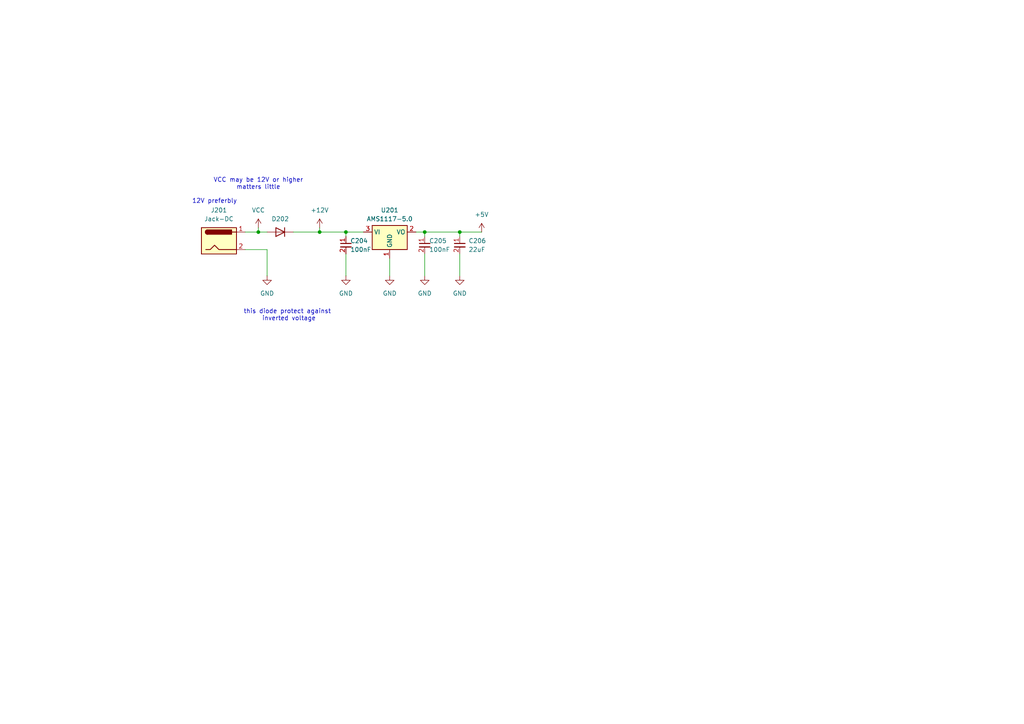
<source format=kicad_sch>
(kicad_sch (version 20231120) (generator "eeschema") (generator_version "8.0")
  (paper "A4")
  (lib_symbols
    (symbol "Diode:SM4007" (pin_numbers hide) (pin_names hide)
      (property "Reference" "D" (at 0 2.54 0))
      (property "Value" "SM4007" (at 0 -2.54 0))
      (symbol "SM4007_0_1"
        (polyline (pts (xy -1.27 1.27) (xy -1.27 -1.27)) (stroke (width 0.254)))
        (polyline (pts (xy 1.27 0) (xy -1.27 0)))
        (polyline (pts (xy 1.27 1.27) (xy 1.27 -1.27) (xy -1.27 0) (xy 1.27 1.27)) (stroke (width 0.254)))
      )
      (symbol "SM4007_1_1"
        (pin passive line (at -3.81 0 0) (length 2.54) (name "K") (number "1"))
        (pin passive line (at 3.81 0 180) (length 2.54) (name "A") (number "2"))
      )
    )
    (symbol "capacitor_miscellaneous:C_0402_100nF"
      (property "Reference" "C" (at 1.27 2.54 0))
      (property "Value" "100nF" (at 3.81 -2.54 0))
      (symbol "C_0402_100nF_0_1"
        (polyline (pts (xy -1.524 -0.508) (xy 1.524 -0.508)) (stroke (width 0.3302)))
        (polyline (pts (xy -1.524 0.508) (xy 1.524 0.508)) (stroke (width 0.3048)))
      )
      (symbol "C_0402_100nF_1_1"
        (pin passive line (at 0 2.54 270) (length 2.032) (name "~") (number "1"))
        (pin passive line (at 0 -2.54 90) (length 2.032) (name "~") (number "2"))
      )
    )
    (symbol "capacitor_miscellaneous:C_0805_100nF"
      (property "Reference" "C" (at 1.27 2.54 0))
      (property "Value" "100nF" (at 3.81 -2.54 0))
      (property "JLCPCB Part#" "C28233" (at 0 0 0))
      (symbol "C_0805_100nF_0_1"
        (polyline (pts (xy -1.524 -0.508) (xy 1.524 -0.508)) (stroke (width 0.3302)))
        (polyline (pts (xy -1.524 0.508) (xy 1.524 0.508)) (stroke (width 0.3048)))
      )
      (symbol "C_0805_100nF_1_1"
        (pin passive line (at 0 2.54 270) (length 2.032) (name "~") (number "1"))
        (pin passive line (at 0 -2.54 90) (length 2.032) (name "~") (number "2"))
      )
    )
    (symbol "custom_kicad_lib_sk:AMS1117-5.0"
      (property "Reference" "U" (at -3.81 3.175 0))
      (property "Value" "AMS1117-5.0" (at 0 3.175 0))
      (symbol "AMS1117-5.0_0_1"
        (rectangle (start -5.08 1.905) (end 5.08 -5.08) (stroke (width 0.254)) (fill (type background)))
      )
      (symbol "AMS1117-5.0_1_1"
        (pin power_in line (at 0 -7.62 90) (length 2.54) (name "GND") (number "1"))
        (pin power_out line (at 7.62 0 180) (length 2.54) (name "VO") (number "2"))
        (pin power_in line (at -7.62 0 0) (length 2.54) (name "VI") (number "3"))
      )
    )
    (symbol "custom_kicad_lib_sk:Jack-DC" (pin_names (offset 1.016))
      (property "Reference" "J" (at 0 5.334 0))
      (property "Value" "Jack-DC" (at 0 -5.08 0))
      (symbol "Jack-DC_0_1"
        (rectangle (start -5.08 3.81) (end 5.08 -3.81) (stroke (width 0.254)) (fill (type background)))
        (arc (start -3.302 3.175) (mid -3.9343 2.54) (end -3.302 1.905) (stroke (width 0.254)))
        (arc (start -3.302 3.175) (mid -3.9343 2.54) (end -3.302 1.905) (stroke (width 0.254)) (fill (type outline)))
        (polyline (pts (xy 5.08 2.54) (xy 3.81 2.54)) (stroke (width 0.254)))
        (polyline (pts (xy -3.81 -2.54) (xy -2.54 -2.54) (xy -1.27 -1.27) (xy 0 -2.54) (xy 2.54 -2.54) (xy 5.08 -2.54)) (stroke (width 0.254)))
        (rectangle (start 3.683 3.175) (end -3.302 1.905) (stroke (width 0.254)) (fill (type outline)))
      )
      (symbol "Jack-DC_1_1"
        (pin passive line (at 7.62 2.54 180) (length 2.54) (name "~") (number "1"))
        (pin passive line (at 7.62 -2.54 180) (length 2.54) (name "~") (number "2"))
      )
    )
    (symbol "power:+12V" (power) (pin_numbers hide) (pin_names (offset 0) hide)
      (property "Value" "+12V" (at 0 3.556 0))
      (symbol "+12V_0_1"
        (polyline (pts (xy -0.762 1.27) (xy 0 2.54)))
        (polyline (pts (xy 0 0) (xy 0 2.54)))
        (polyline (pts (xy 0 2.54) (xy 0.762 1.27)))
      )
      (symbol "+12V_1_1"
        (pin power_in line (at 0 0 90) (length 0) (name "~") (number "1"))
      )
    )
    (symbol "power:+5V" (power) (pin_numbers hide) (pin_names (offset 0) hide)
      (property "Value" "+5V" (at 0 3.556 0))
      (symbol "+5V_0_1"
        (polyline (pts (xy -0.762 1.27) (xy 0 2.54)))
        (polyline (pts (xy 0 0) (xy 0 2.54)))
        (polyline (pts (xy 0 2.54) (xy 0.762 1.27)))
      )
      (symbol "+5V_1_1"
        (pin power_in line (at 0 0 90) (length 0) (name "~") (number "1"))
      )
    )
    (symbol "power:GND" (power) (pin_numbers hide) (pin_names (offset 0) hide)
      (property "Value" "GND" (at 0 -3.81 0))
      (symbol "GND_0_1"
        (polyline (pts (xy 0 0) (xy 0 -1.27) (xy 1.27 -1.27) (xy 0 -2.54) (xy -1.27 -1.27) (xy 0 -1.27)))
      )
      (symbol "GND_1_1"
        (pin power_in line (at 0 0 270) (length 0) (name "~") (number "1"))
      )
    )
    (symbol "power:VCC" (power) (pin_numbers hide) (pin_names (offset 0) hide)
      (property "Value" "VCC" (at 0 3.556 0))
      (symbol "VCC_0_1"
        (polyline (pts (xy -0.762 1.27) (xy 0 2.54)))
        (polyline (pts (xy 0 0) (xy 0 2.54)))
        (polyline (pts (xy 0 2.54) (xy 0.762 1.27)))
      )
      (symbol "VCC_1_1"
        (pin power_in line (at 0 0 90) (length 0) (name "~") (number "1"))
      )
    )
  )
  (junction (at 133.35 67.31))
  (junction (at 123.19 67.31))
  (junction (at 92.71 67.31))
  (junction (at 74.93 67.31))
  (junction (at 100.33 67.31))
  (wire (pts (xy 77.47 80.01) (xy 77.47 72.39)))
  (wire (pts (xy 113.03 74.93) (xy 113.03 80.01)))
  (wire (pts (xy 100.33 67.31) (xy 100.33 68.58)))
  (wire (pts (xy 74.93 66.04) (xy 74.93 67.31)))
  (wire (pts (xy 133.35 67.31) (xy 139.7 67.31)))
  (wire (pts (xy 85.09 67.31) (xy 92.71 67.31)))
  (wire (pts (xy 92.71 67.31) (xy 100.33 67.31)))
  (wire (pts (xy 74.93 67.31) (xy 77.47 67.31)))
  (wire (pts (xy 133.35 73.66) (xy 133.35 80.01)))
  (wire (pts (xy 100.33 73.66) (xy 100.33 80.01)))
  (wire (pts (xy 71.12 67.31) (xy 74.93 67.31)))
  (wire (pts (xy 123.19 67.31) (xy 120.65 67.31)))
  (wire (pts (xy 92.71 66.04) (xy 92.71 67.31)))
  (wire (pts (xy 123.19 67.31) (xy 133.35 67.31)))
  (wire (pts (xy 123.19 68.58) (xy 123.19 67.31)))
  (wire (pts (xy 123.19 73.66) (xy 123.19 80.01)))
  (wire (pts (xy 133.35 68.58) (xy 133.35 67.31)))
  (wire (pts (xy 100.33 67.31) (xy 105.41 67.31)))
  (wire (pts (xy 77.47 72.39) (xy 71.12 72.39)))
  (text "VCC may be 12V or higher\nmatters little" (at 74.93 53.34 0) (effects (font (size 1.27 1.27))))
  (text "12V preferbly\n" (at 62.23 58.42 0) (effects (font (size 1.27 1.27))))
  (text "this diode protect against \ninverted voltage" (at 83.82 91.44 0) (effects (font (size 1.27 1.27))))
  (symbol (lib_id "power:+12V") (at 92.71 66.04 0) (unit 1)
    (property "Reference" "#PWR0209" (effects (hide yes)))
    (property "Value" "+12V" (at 92.71 60.96 0))
    (property "Description" "Power symbol creates a global label with name \"+12V\"" (effects (hide yes)))
  )
  (symbol (lib_id "capacitor_miscellaneous:C_0805_100nF") (at 133.35 71.12 0) (unit 1)
    (property "Reference" "C206" (at 135.89 69.85 0) (effects (justify left)))
    (property "Value" "22uF" (at 135.89 72.39 0) (effects (justify left)))
    (property "Footprint" "Capacitor_SMD:C_0805_2012Metric_Pad1.18x1.45mm_HandSolder" (effects (hide yes)))
    (property "JLCPCB Part#" "C602037" (effects (hide yes)))
  )
  (symbol (lib_id "custom_kicad_lib_sk:Jack-DC") (at 63.5 69.85 0) (unit 1)
    (property "Reference" "J201" (at 63.5 60.96 0))
    (property "Value" "Jack-DC" (at 63.5 63.5 0))
    (property "Footprint" "Connector_BarrelJack:BarrelJack_Horizontal" (effects (hide yes)))
    (property "Description" "DC Barrel Jack" (effects (hide yes)))
  )
  (symbol (lib_id "custom_kicad_lib_sk:AMS1117-5.0") (at 113.03 67.31 0) (unit 1)
    (property "Reference" "U201" (at 113.03 60.96 0))
    (property "Value" "AMS1117-5.0" (at 113.03 63.5 0))
    (property "Footprint" "Package_TO_SOT_SMD:SOT-223-3_TabPin2" (effects (hide yes)))
    (property "Datasheet" "http://www.advanced-monolithic.com/pdf/ds1117.pdf" (effects (hide yes)))
    (property "Description" "1A Low Dropout regulator, positive, 5.0V fixed output, SOT-223" (effects (hide yes)))
    (property "JLCPCB Part#" "C6187" (effects (hide yes)))
  )
  (symbol (lib_id "capacitor_miscellaneous:C_0402_100nF") (at 123.19 71.12 0) (unit 1)
    (property "Reference" "C205" (at 124.46 69.85 0) (effects (justify left)))
    (property "Value" "100nF" (at 124.46 72.39 0) (effects (justify left)))
    (property "Footprint" "Capacitor_SMD:C_0402_1005Metric" (effects (hide yes)))
    (property "JLCPCB Part#" "C307331" (effects (hide yes)))
  )
  (symbol (lib_id "power:GND") (at 77.47 80.01 0) (unit 1)
    (property "Reference" "#PWR0202" (effects (hide yes)))
    (property "Value" "GND" (at 77.47 85.09 0))
    (property "Description" "Power symbol creates a global label with name \"GND\" , ground" (effects (hide yes)))
  )
  (symbol (lib_id "Diode:SM4007") (at 81.28 67.31 180) (unit 1)
    (property "Reference" "D202" (at 81.28 63.5 0))
    (property "Value" "SM4007" (effects (hide yes)))
    (property "Footprint" "Diode_SMD:D_SOD-123F" (effects (hide yes)))
    (property "Datasheet" "http://cdn-reichelt.de/documents/datenblatt/A400/SMD1N400%23DIO.pdf" (effects (hide yes)))
    (property "Sim.Device" "D" (effects (hide yes)))
    (property "Sim.Pins" "1=K 2=A" (effects (hide yes)))
    (property "JLCPCB Part#" "C64898" (effects (hide yes)))
  )
  (symbol (lib_id "power:+5V") (at 139.7 67.31 0) (unit 1)
    (property "Reference" "#PWR0208" (effects (hide yes)))
    (property "Value" "+5V" (at 139.7 62.23 0))
    (property "Description" "Power symbol creates a global label with name \"+5V\"" (effects (hide yes)))
  )
  (symbol (lib_id "power:GND") (at 123.19 80.01 0) (unit 1)
    (property "Reference" "#PWR0206" (effects (hide yes)))
    (property "Value" "GND" (at 123.19 85.09 0))
    (property "Description" "Power symbol creates a global label with name \"GND\" , ground" (effects (hide yes)))
  )
  (symbol (lib_id "power:GND") (at 133.35 80.01 0) (unit 1)
    (property "Reference" "#PWR0207" (effects (hide yes)))
    (property "Value" "GND" (at 133.35 85.09 0))
    (property "Description" "Power symbol creates a global label with name \"GND\" , ground" (effects (hide yes)))
  )
  (symbol (lib_id "power:GND") (at 100.33 80.01 0) (unit 1)
    (property "Reference" "#PWR0204" (effects (hide yes)))
    (property "Value" "GND" (at 100.33 85.09 0))
    (property "Description" "Power symbol creates a global label with name \"GND\" , ground" (effects (hide yes)))
  )
  (symbol (lib_id "power:VCC") (at 74.93 66.04 0) (unit 1)
    (property "Reference" "#PWR0201" (effects (hide yes)))
    (property "Value" "VCC" (at 74.93 60.96 0))
    (property "Description" "Power symbol creates a global label with name \"VCC\"" (effects (hide yes)))
  )
  (symbol (lib_id "power:GND") (at 113.03 80.01 0) (unit 1)
    (property "Reference" "#PWR0205" (effects (hide yes)))
    (property "Value" "GND" (at 113.03 85.09 0))
    (property "Description" "Power symbol creates a global label with name \"GND\" , ground" (effects (hide yes)))
  )
  (symbol (lib_id "capacitor_miscellaneous:C_0402_100nF") (at 100.33 71.12 0) (unit 1)
    (property "Reference" "C204" (at 101.6 69.85 0) (effects (justify left)))
    (property "Value" "100nF" (at 101.6 72.39 0) (effects (justify left)))
    (property "Footprint" "Capacitor_SMD:C_0402_1005Metric" (effects (hide yes)))
    (property "JLCPCB Part#" "C307331" (effects (hide yes)))
  )
)
</source>
